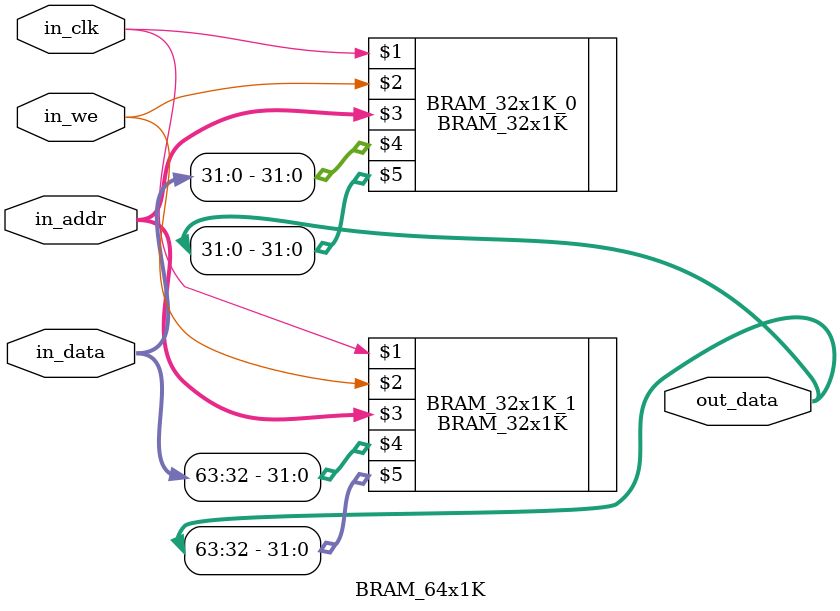
<source format=v>
module BRAM_64x1K(in_clk, in_we, in_addr, in_data, out_data);
    
	input wire in_clk, in_we;
    input wire [9:0] in_addr;
	input wire [63:0] in_data;
    output wire [63:0] out_data;

	BRAM_32x1K BRAM_32x1K_1(in_clk, in_we, in_addr, in_data[63:32], out_data[63:32]);
	BRAM_32x1K BRAM_32x1K_0(in_clk, in_we, in_addr, in_data[31:0], out_data[31:0]);
	
endmodule

</source>
